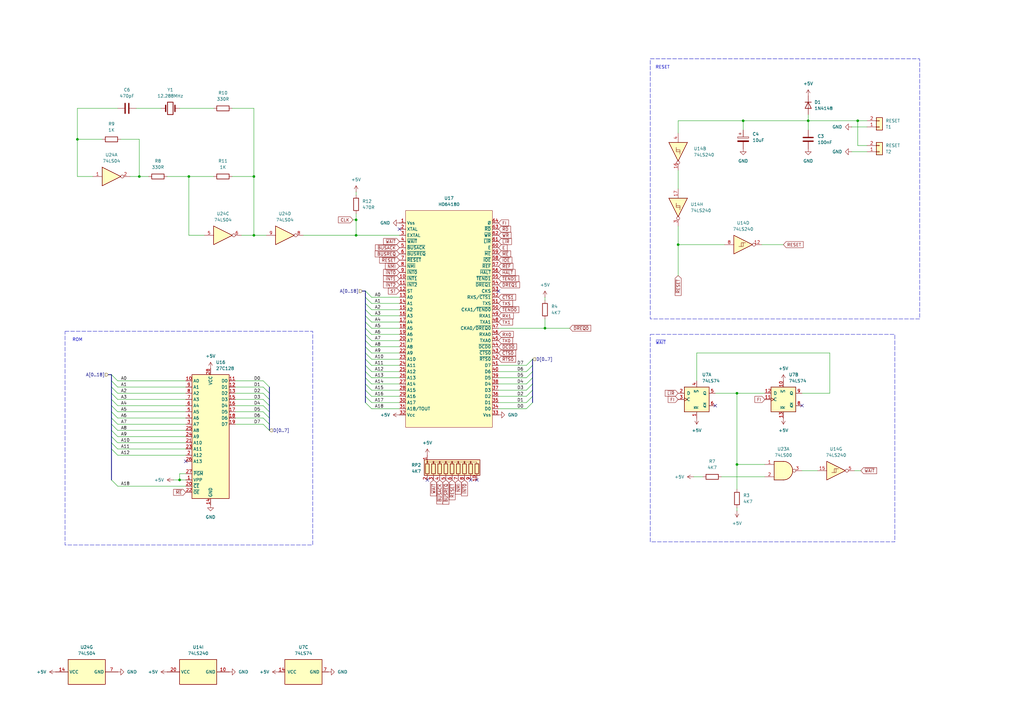
<source format=kicad_sch>
(kicad_sch (version 20231120) (generator "eeschema") (generator_version "8.0")
  (paper "A3")
  (lib_symbols
    (symbol "74xx:74LS00" (pin_names (offset 1.016))
      (property "Reference" "U" (at 0 1.27 0))
      (property "Value" "74LS00" (at 0 -1.27 0))
      (symbol "74LS00_1_1"
        (pin input line (at -7.62 2.54 0) (length 3.81) (name "~") (number "1"))
        (pin input line (at -7.62 -2.54 0) (length 3.81) (name "~") (number "2"))
        (pin output inverted (at 7.62 0 180) (length 3.81) (name "~") (number "3"))
      )
      (symbol "74LS00_1_2"
        (pin input inverted (at -7.62 2.54 0) (length 4.318) (name "~") (number "1"))
        (pin input inverted (at -7.62 -2.54 0) (length 4.318) (name "~") (number "2"))
        (pin output line (at 7.62 0 180) (length 3.81) (name "~") (number "3"))
      )
      (symbol "74LS00_2_1"
        (pin input line (at -7.62 2.54 0) (length 3.81) (name "~") (number "4"))
        (pin input line (at -7.62 -2.54 0) (length 3.81) (name "~") (number "5"))
        (pin output inverted (at 7.62 0 180) (length 3.81) (name "~") (number "6"))
      )
      (symbol "74LS00_2_2"
        (pin input inverted (at -7.62 2.54 0) (length 4.318) (name "~") (number "4"))
        (pin input inverted (at -7.62 -2.54 0) (length 4.318) (name "~") (number "5"))
        (pin output line (at 7.62 0 180) (length 3.81) (name "~") (number "6"))
      )
      (symbol "74LS00_3_1"
        (pin input line (at -7.62 -2.54 0) (length 3.81) (name "~") (number "10"))
        (pin output inverted (at 7.62 0 180) (length 3.81) (name "~") (number "8"))
        (pin input line (at -7.62 2.54 0) (length 3.81) (name "~") (number "9"))
      )
      (symbol "74LS00_3_2"
        (pin input inverted (at -7.62 -2.54 0) (length 4.318) (name "~") (number "10"))
        (pin output line (at 7.62 0 180) (length 3.81) (name "~") (number "8"))
        (pin input inverted (at -7.62 2.54 0) (length 4.318) (name "~") (number "9"))
      )
      (symbol "74LS00_4_1"
        (pin output inverted (at 7.62 0 180) (length 3.81) (name "~") (number "11"))
        (pin input line (at -7.62 2.54 0) (length 3.81) (name "~") (number "12"))
        (pin input line (at -7.62 -2.54 0) (length 3.81) (name "~") (number "13"))
      )
      (symbol "74LS00_4_2"
        (pin output line (at 7.62 0 180) (length 3.81) (name "~") (number "11"))
        (pin input inverted (at -7.62 2.54 0) (length 4.318) (name "~") (number "12"))
        (pin input inverted (at -7.62 -2.54 0) (length 4.318) (name "~") (number "13"))
      )
      (symbol "74LS00_5_0"
        (pin power_in line (at 0 12.7 270) (length 5.08) (name "VCC") (number "14"))
        (pin power_in line (at 0 -12.7 90) (length 5.08) (name "GND") (number "7"))
      )
    )
    (symbol "74xx:74LS04"
      (property "Reference" "U" (at 0 1.27 0))
      (property "Value" "74LS04" (at 0 -1.27 0))
      (symbol "74LS04_1_0"
        (pin input line (at -7.62 0 0) (length 3.81) (name "~") (number "1"))
        (pin output inverted (at 7.62 0 180) (length 3.81) (name "~") (number "2"))
      )
      (symbol "74LS04_2_0"
        (pin input line (at -7.62 0 0) (length 3.81) (name "~") (number "3"))
        (pin output inverted (at 7.62 0 180) (length 3.81) (name "~") (number "4"))
      )
      (symbol "74LS04_3_0"
        (pin input line (at -7.62 0 0) (length 3.81) (name "~") (number "5"))
        (pin output inverted (at 7.62 0 180) (length 3.81) (name "~") (number "6"))
      )
      (symbol "74LS04_4_0"
        (pin output inverted (at 7.62 0 180) (length 3.81) (name "~") (number "8"))
        (pin input line (at -7.62 0 0) (length 3.81) (name "~") (number "9"))
      )
      (symbol "74LS04_5_0"
        (pin output inverted (at 7.62 0 180) (length 3.81) (name "~") (number "10"))
        (pin input line (at -7.62 0 0) (length 3.81) (name "~") (number "11"))
      )
      (symbol "74LS04_6_0"
        (pin output inverted (at 7.62 0 180) (length 3.81) (name "~") (number "12"))
        (pin input line (at -7.62 0 0) (length 3.81) (name "~") (number "13"))
      )
      (symbol "74LS04_7_0"
        (pin power_in line (at 0 12.7 270) (length 5.08) (name "VCC") (number "14"))
        (pin power_in line (at 0 -12.7 90) (length 5.08) (name "GND") (number "7"))
      )
    )
    (symbol "74xx:74LS240_Split"
      (property "Reference" "U" (at 0 1.27 0))
      (property "Value" "74LS240_Split" (at 0 -1.27 0))
      (symbol "74LS240_Split_1_0"
        (pin input inverted (at 0 -6.35 90) (length 4.445) (name "~") (number "1"))
        (pin tri_state inverted (at 7.62 0 180) (length 3.81) (name "~") (number "18"))
        (pin input line (at -7.62 0 0) (length 3.81) (name "~") (number "2"))
      )
      (symbol "74LS240_Split_2_0"
        (pin tri_state inverted (at 7.62 0 180) (length 3.81) (name "~") (number "16"))
        (pin input line (at -7.62 0 0) (length 3.81) (name "~") (number "4"))
      )
      (symbol "74LS240_Split_3_0"
        (pin tri_state inverted (at 7.62 0 180) (length 3.81) (name "~") (number "14"))
        (pin input line (at -7.62 0 0) (length 3.81) (name "~") (number "6"))
      )
      (symbol "74LS240_Split_4_0"
        (pin tri_state inverted (at 7.62 0 180) (length 3.81) (name "~") (number "12"))
        (pin input line (at -7.62 0 0) (length 3.81) (name "~") (number "8"))
      )
      (symbol "74LS240_Split_5_0"
        (pin input line (at -7.62 0 0) (length 3.81) (name "~") (number "11"))
        (pin input inverted (at 0 -6.35 90) (length 4.445) (name "~") (number "19"))
        (pin tri_state inverted (at 7.62 0 180) (length 3.81) (name "~") (number "9"))
      )
      (symbol "74LS240_Split_6_0"
        (pin input line (at -7.62 0 0) (length 3.81) (name "~") (number "13"))
        (pin tri_state inverted (at 7.62 0 180) (length 3.81) (name "~") (number "7"))
      )
      (symbol "74LS240_Split_7_0"
        (pin input line (at -7.62 0 0) (length 3.81) (name "~") (number "15"))
        (pin tri_state inverted (at 7.62 0 180) (length 3.81) (name "~") (number "5"))
      )
      (symbol "74LS240_Split_8_0"
        (pin input line (at -7.62 0 0) (length 3.81) (name "~") (number "17"))
        (pin tri_state inverted (at 7.62 0 180) (length 3.81) (name "~") (number "3"))
      )
      (symbol "74LS240_Split_9_0"
        (pin power_in line (at 0 -12.7 90) (length 5.08) (name "GND") (number "10"))
        (pin power_in line (at 0 12.7 270) (length 5.08) (name "VCC") (number "20"))
      )
    )
    (symbol "74xx:74LS74" (pin_names (offset 1.016))
      (property "Reference" "U" (at -7.62 8.89 0))
      (property "Value" "74LS74" (at -7.62 -8.89 0))
      (symbol "74LS74_1_0"
        (pin input line (at 0 -7.62 90) (length 2.54) (name "~{R}") (number "1"))
        (pin input line (at -7.62 2.54 0) (length 2.54) (name "D") (number "2"))
        (pin input clock (at -7.62 0 0) (length 2.54) (name "C") (number "3"))
        (pin input line (at 0 7.62 270) (length 2.54) (name "~{S}") (number "4"))
        (pin output line (at 7.62 2.54 180) (length 2.54) (name "Q") (number "5"))
        (pin output line (at 7.62 -2.54 180) (length 2.54) (name "~{Q}") (number "6"))
      )
      (symbol "74LS74_2_0"
        (pin input line (at 0 7.62 270) (length 2.54) (name "~{S}") (number "10"))
        (pin input clock (at -7.62 0 0) (length 2.54) (name "C") (number "11"))
        (pin input line (at -7.62 2.54 0) (length 2.54) (name "D") (number "12"))
        (pin input line (at 0 -7.62 90) (length 2.54) (name "~{R}") (number "13"))
        (pin output line (at 7.62 -2.54 180) (length 2.54) (name "~{Q}") (number "8"))
        (pin output line (at 7.62 2.54 180) (length 2.54) (name "Q") (number "9"))
      )
      (symbol "74LS74_3_0"
        (pin power_in line (at 0 10.16 270) (length 2.54) (name "VCC") (number "14"))
        (pin power_in line (at 0 -10.16 90) (length 2.54) (name "GND") (number "7"))
      )
    )
    (symbol "Connector_Generic:Conn_01x02" (pin_names (offset 1.016) hide)
      (property "Reference" "J" (at 0 2.54 0))
      (property "Value" "Conn_01x02" (at 0 -5.08 0))
      (symbol "Conn_01x02_1_1"
        (pin passive line (at -5.08 0 0) (length 3.81) (name "Pin_1") (number "1"))
        (pin passive line (at -5.08 -2.54 0) (length 3.81) (name "Pin_2") (number "2"))
      )
    )
    (symbol "Device:C" (pin_numbers hide) (pin_names (offset 0.254))
      (property "Reference" "C" (at 0.635 2.54 0))
      (property "Value" "C" (at 0.635 -2.54 0))
      (symbol "C_1_1"
        (pin passive line (at 0 3.81 270) (length 2.794) (name "~") (number "1"))
        (pin passive line (at 0 -3.81 90) (length 2.794) (name "~") (number "2"))
      )
    )
    (symbol "Device:C_Polarized" (pin_numbers hide) (pin_names (offset 0.254))
      (property "Reference" "C" (at 0.635 2.54 0))
      (property "Value" "C_Polarized" (at 0.635 -2.54 0))
      (symbol "C_Polarized_1_1"
        (pin passive line (at 0 3.81 270) (length 2.794) (name "~") (number "1"))
        (pin passive line (at 0 -3.81 90) (length 2.794) (name "~") (number "2"))
      )
    )
    (symbol "Device:Crystal" (pin_numbers hide) (pin_names (offset 1.016) hide)
      (property "Reference" "Y" (at 0 3.81 0))
      (property "Value" "Crystal" (at 0 -3.81 0))
      (symbol "Crystal_1_1"
        (pin passive line (at -3.81 0 0) (length 1.27) (name "1") (number "1"))
        (pin passive line (at 3.81 0 180) (length 1.27) (name "2") (number "2"))
      )
    )
    (symbol "Device:R" (pin_numbers hide) (pin_names (offset 0))
      (property "Reference" "R" (at 2.032 0 90))
      (property "Value" "R" (at 0 0 90))
      (symbol "R_1_1"
        (pin passive line (at 0 3.81 270) (length 1.27) (name "~") (number "1"))
        (pin passive line (at 0 -3.81 90) (length 1.27) (name "~") (number "2"))
      )
    )
    (symbol "Device:R_Network09" (pin_names (offset 0) hide)
      (property "Reference" "RN" (at -12.7 0 90))
      (property "Value" "R_Network09" (at 12.7 0 90))
      (symbol "R_Network09_1_1"
        (pin passive line (at -10.16 5.08 270) (length 2.54) (name "common") (number "1"))
        (pin passive line (at 10.16 -5.08 90) (length 1.27) (name "R9") (number "10"))
        (pin passive line (at -10.16 -5.08 90) (length 1.27) (name "R1") (number "2"))
        (pin passive line (at -7.62 -5.08 90) (length 1.27) (name "R2") (number "3"))
        (pin passive line (at -5.08 -5.08 90) (length 1.27) (name "R3") (number "4"))
        (pin passive line (at -2.54 -5.08 90) (length 1.27) (name "R4") (number "5"))
        (pin passive line (at 0 -5.08 90) (length 1.27) (name "R5") (number "6"))
        (pin passive line (at 2.54 -5.08 90) (length 1.27) (name "R6") (number "7"))
        (pin passive line (at 5.08 -5.08 90) (length 1.27) (name "R7") (number "8"))
        (pin passive line (at 7.62 -5.08 90) (length 1.27) (name "R8") (number "9"))
      )
    )
    (symbol "Diode:1N4148" (pin_numbers hide) (pin_names hide)
      (property "Reference" "D" (at 0 2.54 0))
      (property "Value" "1N4148" (at 0 -2.54 0))
      (symbol "1N4148_1_1"
        (pin passive line (at -3.81 0 0) (length 2.54) (name "K") (number "1"))
        (pin passive line (at 3.81 0 180) (length 2.54) (name "A") (number "2"))
      )
    )
    (symbol "Memory_EPROM:27C128"
      (property "Reference" "U" (at -7.62 26.67 0))
      (property "Value" "27C128" (at 2.54 -26.67 0))
      (symbol "27C128_1_1"
        (pin input line (at -10.16 -17.78 0) (length 2.54) (name "VPP") (number "1"))
        (pin input line (at -10.16 22.86 0) (length 2.54) (name "A0") (number "10"))
        (pin tri_state line (at 10.16 22.86 180) (length 2.54) (name "D0") (number "11"))
        (pin tri_state line (at 10.16 20.32 180) (length 2.54) (name "D1") (number "12"))
        (pin tri_state line (at 10.16 17.78 180) (length 2.54) (name "D2") (number "13"))
        (pin power_in line (at 0 -27.94 90) (length 2.54) (name "GND") (number "14"))
        (pin tri_state line (at 10.16 15.24 180) (length 2.54) (name "D3") (number "15"))
        (pin tri_state line (at 10.16 12.7 180) (length 2.54) (name "D4") (number "16"))
        (pin tri_state line (at 10.16 10.16 180) (length 2.54) (name "D5") (number "17"))
        (pin tri_state line (at 10.16 7.62 180) (length 2.54) (name "D6") (number "18"))
        (pin tri_state line (at 10.16 5.08 180) (length 2.54) (name "D7") (number "19"))
        (pin input line (at -10.16 -7.62 0) (length 2.54) (name "A12") (number "2"))
        (pin input line (at -10.16 -20.32 0) (length 2.54) (name "~{CE}") (number "20"))
        (pin input line (at -10.16 -2.54 0) (length 2.54) (name "A10") (number "21"))
        (pin input line (at -10.16 -22.86 0) (length 2.54) (name "~{OE}") (number "22"))
        (pin input line (at -10.16 -5.08 0) (length 2.54) (name "A11") (number "23"))
        (pin input line (at -10.16 0 0) (length 2.54) (name "A9") (number "24"))
        (pin input line (at -10.16 2.54 0) (length 2.54) (name "A8") (number "25"))
        (pin input line (at -10.16 -10.16 0) (length 2.54) (name "A13") (number "26"))
        (pin input line (at -10.16 -15.24 0) (length 2.54) (name "~{PGM}") (number "27"))
        (pin power_in line (at 0 27.94 270) (length 2.54) (name "VCC") (number "28"))
        (pin input line (at -10.16 5.08 0) (length 2.54) (name "A7") (number "3"))
        (pin input line (at -10.16 7.62 0) (length 2.54) (name "A6") (number "4"))
        (pin input line (at -10.16 10.16 0) (length 2.54) (name "A5") (number "5"))
        (pin input line (at -10.16 12.7 0) (length 2.54) (name "A4") (number "6"))
        (pin input line (at -10.16 15.24 0) (length 2.54) (name "A3") (number "7"))
        (pin input line (at -10.16 17.78 0) (length 2.54) (name "A2") (number "8"))
        (pin input line (at -10.16 20.32 0) (length 2.54) (name "A1") (number "9"))
      )
    )
    (symbol "TIM011:HD64180"
      (property "Reference" "U" (at 5.08 -46.482 0))
      (property "Value" "HD64180" (at 5.08 -48.514 0))
      (symbol "HD64180_0_0"
        (pin power_in line (at -20.32 39.37 0) (length 2.54) (name "Vss") (number "1"))
        (pin input line (at -20.32 16.51 0) (length 2.54) (name "~{INT1}") (number "10"))
        (pin input line (at -20.32 13.97 0) (length 2.54) (name "~{INT2}") (number "11"))
        (pin output line (at -20.32 11.43 0) (length 2.54) (name "ST") (number "12"))
        (pin output line (at -20.32 8.89 0) (length 2.54) (name "A0") (number "13"))
        (pin output line (at -20.32 6.35 0) (length 2.54) (name "A1") (number "14"))
        (pin output line (at -20.32 3.81 0) (length 2.54) (name "A2") (number "15"))
        (pin output line (at -20.32 1.27 0) (length 2.54) (name "A3") (number "16"))
        (pin output line (at -20.32 -1.27 0) (length 2.54) (name "A4") (number "17"))
        (pin output line (at -20.32 -3.81 0) (length 2.54) (name "A5") (number "18"))
        (pin output line (at -20.32 -6.35 0) (length 2.54) (name "A6") (number "19"))
        (pin input line (at -20.32 36.83 0) (length 2.54) (name "XTAL") (number "2"))
        (pin output line (at -20.32 -8.89 0) (length 2.54) (name "A7") (number "20"))
        (pin output line (at -20.32 -11.43 0) (length 2.54) (name "A8") (number "21"))
        (pin output line (at -20.32 -13.97 0) (length 2.54) (name "A9") (number "22"))
        (pin output line (at -20.32 -16.51 0) (length 2.54) (name "A10") (number "23"))
        (pin output line (at -20.32 -19.05 0) (length 2.54) (name "A11") (number "24"))
        (pin output line (at -20.32 -21.59 0) (length 2.54) (name "A12") (number "25"))
        (pin output line (at -20.32 -24.13 0) (length 2.54) (name "A13") (number "26"))
        (pin output line (at -20.32 -26.67 0) (length 2.54) (name "A14") (number "27"))
        (pin output line (at -20.32 -29.21 0) (length 2.54) (name "A15") (number "28"))
        (pin output line (at -20.32 -31.75 0) (length 2.54) (name "A16") (number "29"))
        (pin input line (at -20.32 34.29 0) (length 2.54) (name "EXTAL") (number "3"))
        (pin output line (at -20.32 -34.29 0) (length 2.54) (name "A17") (number "30"))
        (pin output line (at -20.32 -36.83 0) (length 2.54) (name "A18/TOUT") (number "31"))
        (pin power_in line (at -20.32 -39.37 0) (length 2.54) (name "Vcc") (number "32"))
        (pin power_in line (at 20.32 -39.37 180) (length 2.54) (name "Vss") (number "33"))
        (pin bidirectional line (at 20.32 -36.83 180) (length 2.54) (name "D0") (number "34"))
        (pin bidirectional line (at 20.32 -34.29 180) (length 2.54) (name "D1") (number "35"))
        (pin bidirectional line (at 20.32 -31.75 180) (length 2.54) (name "D2") (number "36"))
        (pin bidirectional line (at 20.32 -29.21 180) (length 2.54) (name "D3") (number "37"))
        (pin bidirectional line (at 20.32 -26.67 180) (length 2.54) (name "D4") (number "38"))
        (pin bidirectional line (at 20.32 -24.13 180) (length 2.54) (name "D5") (number "39"))
        (pin output line (at -20.32 31.75 0) (length 2.54) (name "~{WAIT}") (number "4"))
        (pin bidirectional line (at 20.32 -21.59 180) (length 2.54) (name "D6") (number "40"))
        (pin bidirectional line (at 20.32 -19.05 180) (length 2.54) (name "D7") (number "41"))
        (pin input line (at 20.32 -13.97 180) (length 2.54) (name "~{CTS0}") (number "43"))
        (pin input line (at 20.32 -11.43 180) (length 2.54) (name "~{DCD0}") (number "44"))
        (pin output line (at 20.32 -8.89 180) (length 2.54) (name "TXA0") (number "45"))
        (pin input line (at 20.32 -6.35 180) (length 2.54) (name "RXA0") (number "46"))
        (pin bidirectional line (at 20.32 -3.81 180) (length 2.54) (name "CKA0/~{DREQ0}") (number "47"))
        (pin output line (at 20.32 -1.27 180) (length 2.54) (name "TXA1") (number "48"))
        (pin input line (at 20.32 1.27 180) (length 2.54) (name "RXA1") (number "49"))
        (pin output line (at -20.32 29.21 0) (length 2.54) (name "~{BUSACK}") (number "5"))
        (pin bidirectional line (at 20.32 3.81 180) (length 2.54) (name "CKA1/~{TEND0}") (number "50"))
        (pin output line (at 20.32 6.35 180) (length 2.54) (name "TXS") (number "51"))
        (pin input line (at 20.32 8.89 180) (length 2.54) (name "RXS/~{CTS1}") (number "52"))
        (pin bidirectional line (at 20.32 11.43 180) (length 2.54) (name "CKS") (number "53"))
        (pin input line (at 20.32 13.97 180) (length 2.54) (name "~{DREQ1}") (number "54"))
        (pin output line (at 20.32 16.51 180) (length 2.54) (name "~{TEND1}") (number "55"))
        (pin output line (at 20.32 19.05 180) (length 2.54) (name "~{HALT}") (number "56"))
        (pin output line (at 20.32 21.59 180) (length 2.54) (name "~{REF}") (number "57"))
        (pin output line (at 20.32 24.13 180) (length 2.54) (name "~{IOE}") (number "58"))
        (pin output line (at 20.32 26.67 180) (length 2.54) (name "~{ME}") (number "59"))
        (pin input line (at -20.32 26.67 0) (length 2.54) (name "~{BUSREQ}") (number "6"))
        (pin output line (at 20.32 29.21 180) (length 2.54) (name "E") (number "60"))
        (pin output line (at 20.32 31.75 180) (length 2.54) (name "~{LIR}") (number "61"))
        (pin output line (at 20.32 34.29 180) (length 2.54) (name "~{WR}") (number "62"))
        (pin output line (at 20.32 36.83 180) (length 2.54) (name "~{RD}") (number "63"))
        (pin output line (at 20.32 39.37 180) (length 2.54) (name "Ø") (number "64"))
        (pin input line (at -20.32 24.13 0) (length 2.54) (name "~{RESET}") (number "7"))
        (pin input line (at -20.32 21.59 0) (length 2.54) (name "~{NMI}") (number "8"))
        (pin input line (at -20.32 19.05 0) (length 2.54) (name "~{INT0}") (number "9"))
      )
      (symbol "HD64180_1_0"
        (pin output line (at 20.32 -16.51 180) (length 2.54) (name "~{RTS0}") (number "42"))
      )
    )
    (symbol "power:+5V" (power) (pin_numbers hide) (pin_names (offset 0) hide)
      (property "Value" "+5V" (at 0 3.556 0))
      (symbol "+5V_1_1"
        (pin power_in line (at 0 0 90) (length 0) (name "~") (number "1"))
      )
    )
    (symbol "power:GND" (power) (pin_numbers hide) (pin_names (offset 0) hide)
      (property "Value" "GND" (at 0 -3.81 0))
      (symbol "GND_1_1"
        (pin power_in line (at 0 0 270) (length 0) (name "~") (number "1"))
      )
    )
  )
  (junction (at 351.79 49.53))
  (junction (at 104.14 72.39))
  (junction (at 304.8 49.53))
  (junction (at 331.47 49.53))
  (junction (at 57.15 72.39))
  (junction (at 104.14 96.52))
  (junction (at 278.13 100.33))
  (junction (at 146.05 90.17))
  (junction (at 77.47 72.39))
  (junction (at 223.52 134.62))
  (junction (at 73.66 196.85))
  (junction (at 146.05 96.52))
  (junction (at 302.26 161.29))
  (junction (at 302.26 190.5))
  (junction (at 31.75 57.15))
  (no_connect (at 175.26 196.85))
  (no_connect (at 76.2 189.23))
  (no_connect (at 195.58 196.85))
  (no_connect (at 328.93 166.37))
  (no_connect (at 204.47 119.38))
  (no_connect (at 293.37 166.37))
  (no_connect (at 193.04 196.85))
  (no_connect (at 163.83 93.98))
  (bus_entry (at 149.86 157.48) (size 2.54 2.54))
  (bus_entry (at 149.86 132.08) (size 2.54 2.54))
  (bus_entry (at 149.86 137.16) (size 2.54 2.54))
  (bus_entry (at 149.86 160.02) (size 2.54 2.54))
  (bus_entry (at 107.95 158.75) (size 2.54 2.54))
  (bus_entry (at 149.86 162.56) (size 2.54 2.54))
  (bus_entry (at 149.86 134.62) (size 2.54 2.54))
  (bus_entry (at 107.95 163.83) (size 2.54 2.54))
  (bus_entry (at 45.72 196.85) (size 2.54 2.54))
  (bus_entry (at 107.95 166.37) (size 2.54 2.54))
  (bus_entry (at 107.95 168.91) (size 2.54 2.54))
  (bus_entry (at 215.9 160.02) (size 2.54 -2.54))
  (bus_entry (at 45.72 158.75) (size 2.54 2.54))
  (bus_entry (at 215.9 157.48) (size 2.54 -2.54))
  (bus_entry (at 45.72 176.53) (size 2.54 2.54))
  (bus_entry (at 215.9 149.86) (size 2.54 -2.54))
  (bus_entry (at 215.9 152.4) (size 2.54 -2.54))
  (bus_entry (at 149.86 124.46) (size 2.54 2.54))
  (bus_entry (at 45.72 168.91) (size 2.54 2.54))
  (bus_entry (at 149.86 142.24) (size 2.54 2.54))
  (bus_entry (at 149.86 165.1) (size 2.54 2.54))
  (bus_entry (at 149.86 129.54) (size 2.54 2.54))
  (bus_entry (at 149.86 127) (size 2.54 2.54))
  (bus_entry (at 149.86 144.78) (size 2.54 2.54))
  (bus_entry (at 107.95 171.45) (size 2.54 2.54))
  (bus_entry (at 45.72 181.61) (size 2.54 2.54))
  (bus_entry (at 149.86 121.92) (size 2.54 2.54))
  (bus_entry (at 107.95 173.99) (size 2.54 2.54))
  (bus_entry (at 45.72 179.07) (size 2.54 2.54))
  (bus_entry (at 45.72 171.45) (size 2.54 2.54))
  (bus_entry (at 215.9 165.1) (size 2.54 -2.54))
  (bus_entry (at 215.9 167.64) (size 2.54 -2.54))
  (bus_entry (at 45.72 184.15) (size 2.54 2.54))
  (bus_entry (at 45.72 173.99) (size 2.54 2.54))
  (bus_entry (at 215.9 154.94) (size 2.54 -2.54))
  (bus_entry (at 149.86 154.94) (size 2.54 2.54))
  (bus_entry (at 107.95 156.21) (size 2.54 2.54))
  (bus_entry (at 149.86 147.32) (size 2.54 2.54))
  (bus_entry (at 149.86 139.7) (size 2.54 2.54))
  (bus_entry (at 149.86 149.86) (size 2.54 2.54))
  (bus_entry (at 215.9 162.56) (size 2.54 -2.54))
  (bus_entry (at 45.72 161.29) (size 2.54 2.54))
  (bus_entry (at 45.72 163.83) (size 2.54 2.54))
  (bus_entry (at 107.95 161.29) (size 2.54 2.54))
  (bus_entry (at 45.72 166.37) (size 2.54 2.54))
  (bus_entry (at 149.86 119.38) (size 2.54 2.54))
  (bus_entry (at 45.72 156.21) (size 2.54 2.54))
  (bus_entry (at 45.72 153.67) (size 2.54 2.54))
  (bus_entry (at 149.86 152.4) (size 2.54 2.54))
  (bus (pts (xy 149.86 152.4) (xy 149.86 154.94)))
  (bus (pts (xy 110.49 173.99) (xy 110.49 171.45)))
  (wire (pts (xy 76.2 194.31) (xy 73.66 194.31)))
  (wire (pts (xy 152.4 157.48) (xy 163.83 157.48)))
  (wire (pts (xy 96.52 161.29) (xy 107.95 161.29)))
  (wire (pts (xy 104.14 96.52) (xy 109.22 96.52)))
  (wire (pts (xy 104.14 44.45) (xy 104.14 72.39)))
  (bus (pts (xy 110.49 161.29) (xy 110.49 158.75)))
  (bus (pts (xy 149.86 162.56) (xy 149.86 165.1)))
  (wire (pts (xy 204.47 157.48) (xy 215.9 157.48)))
  (wire (pts (xy 152.4 149.86) (xy 163.83 149.86)))
  (wire (pts (xy 152.4 147.32) (xy 163.83 147.32)))
  (wire (pts (xy 48.26 199.39) (xy 76.2 199.39)))
  (wire (pts (xy 96.52 156.21) (xy 107.95 156.21)))
  (wire (pts (xy 124.46 96.52) (xy 146.05 96.52)))
  (wire (pts (xy 331.47 49.53) (xy 351.79 49.53)))
  (wire (pts (xy 38.1 72.39) (xy 31.75 72.39)))
  (wire (pts (xy 48.26 161.29) (xy 76.2 161.29)))
  (bus (pts (xy 45.72 156.21) (xy 45.72 158.75)))
  (wire (pts (xy 304.8 49.53) (xy 304.8 53.34)))
  (wire (pts (xy 302.26 161.29) (xy 313.69 161.29)))
  (bus (pts (xy 45.72 176.53) (xy 45.72 179.07)))
  (wire (pts (xy 152.4 154.94) (xy 163.83 154.94)))
  (bus (pts (xy 149.86 119.38) (xy 149.86 121.92)))
  (bus (pts (xy 149.86 129.54) (xy 149.86 132.08)))
  (wire (pts (xy 152.4 127) (xy 163.83 127)))
  (bus (pts (xy 45.72 168.91) (xy 45.72 171.45)))
  (wire (pts (xy 48.26 176.53) (xy 76.2 176.53)))
  (wire (pts (xy 96.52 168.91) (xy 107.95 168.91)))
  (wire (pts (xy 95.25 44.45) (xy 104.14 44.45)))
  (wire (pts (xy 340.36 161.29) (xy 328.93 161.29)))
  (wire (pts (xy 48.26 186.69) (xy 76.2 186.69)))
  (wire (pts (xy 48.26 168.91) (xy 76.2 168.91)))
  (bus (pts (xy 149.86 139.7) (xy 149.86 142.24)))
  (wire (pts (xy 152.4 165.1) (xy 163.83 165.1)))
  (wire (pts (xy 73.66 44.45) (xy 87.63 44.45)))
  (wire (pts (xy 285.75 156.21) (xy 285.75 144.78)))
  (wire (pts (xy 204.47 165.1) (xy 215.9 165.1)))
  (bus (pts (xy 149.86 127) (xy 149.86 129.54)))
  (wire (pts (xy 83.82 96.52) (xy 77.47 96.52)))
  (bus (pts (xy 45.72 173.99) (xy 45.72 176.53)))
  (wire (pts (xy 233.68 134.62) (xy 223.52 134.62)))
  (bus (pts (xy 149.86 142.24) (xy 149.86 144.78)))
  (bus (pts (xy 44.45 153.67) (xy 45.72 153.67)))
  (wire (pts (xy 53.34 72.39) (xy 57.15 72.39)))
  (wire (pts (xy 223.52 121.92) (xy 223.52 123.19)))
  (wire (pts (xy 204.47 152.4) (xy 215.9 152.4)))
  (wire (pts (xy 302.26 190.5) (xy 302.26 200.66)))
  (wire (pts (xy 278.13 49.53) (xy 278.13 54.61)))
  (wire (pts (xy 73.66 196.85) (xy 76.2 196.85)))
  (wire (pts (xy 313.69 190.5) (xy 302.26 190.5)))
  (wire (pts (xy 152.4 142.24) (xy 163.83 142.24)))
  (wire (pts (xy 57.15 72.39) (xy 60.96 72.39)))
  (bus (pts (xy 149.86 137.16) (xy 149.86 139.7)))
  (bus (pts (xy 218.44 162.56) (xy 218.44 165.1)))
  (wire (pts (xy 48.26 163.83) (xy 76.2 163.83)))
  (wire (pts (xy 48.26 171.45) (xy 76.2 171.45)))
  (wire (pts (xy 31.75 57.15) (xy 41.91 57.15)))
  (wire (pts (xy 302.26 190.5) (xy 302.26 161.29)))
  (wire (pts (xy 48.26 156.21) (xy 76.2 156.21)))
  (wire (pts (xy 31.75 72.39) (xy 31.75 57.15)))
  (bus (pts (xy 110.49 166.37) (xy 110.49 163.83)))
  (bus (pts (xy 149.86 154.94) (xy 149.86 157.48)))
  (wire (pts (xy 302.26 209.55) (xy 302.26 208.28)))
  (wire (pts (xy 55.88 44.45) (xy 66.04 44.45)))
  (wire (pts (xy 351.79 59.69) (xy 351.79 49.53)))
  (wire (pts (xy 68.58 72.39) (xy 77.47 72.39)))
  (wire (pts (xy 355.6 59.69) (xy 351.79 59.69)))
  (bus (pts (xy 218.44 157.48) (xy 218.44 160.02)))
  (bus (pts (xy 148.59 119.38) (xy 149.86 119.38)))
  (wire (pts (xy 349.25 52.07) (xy 355.6 52.07)))
  (wire (pts (xy 204.47 154.94) (xy 215.9 154.94)))
  (wire (pts (xy 144.78 90.17) (xy 146.05 90.17)))
  (bus (pts (xy 45.72 153.67) (xy 45.72 156.21)))
  (bus (pts (xy 110.49 168.91) (xy 110.49 166.37)))
  (wire (pts (xy 278.13 100.33) (xy 278.13 113.03)))
  (wire (pts (xy 204.47 149.86) (xy 215.9 149.86)))
  (bus (pts (xy 149.86 132.08) (xy 149.86 134.62)))
  (bus (pts (xy 45.72 184.15) (xy 45.72 196.85)))
  (wire (pts (xy 152.4 137.16) (xy 163.83 137.16)))
  (wire (pts (xy 96.52 173.99) (xy 107.95 173.99)))
  (wire (pts (xy 349.25 62.23) (xy 355.6 62.23)))
  (wire (pts (xy 146.05 90.17) (xy 146.05 96.52)))
  (wire (pts (xy 304.8 49.53) (xy 278.13 49.53)))
  (wire (pts (xy 353.06 193.04) (xy 350.52 193.04)))
  (wire (pts (xy 152.4 167.64) (xy 163.83 167.64)))
  (bus (pts (xy 218.44 147.32) (xy 218.44 149.86)))
  (bus (pts (xy 45.72 166.37) (xy 45.72 168.91)))
  (wire (pts (xy 278.13 92.71) (xy 278.13 100.33)))
  (wire (pts (xy 152.4 139.7) (xy 163.83 139.7)))
  (wire (pts (xy 49.53 57.15) (xy 57.15 57.15)))
  (bus (pts (xy 149.86 124.46) (xy 149.86 127)))
  (bus (pts (xy 45.72 161.29) (xy 45.72 163.83)))
  (wire (pts (xy 48.26 158.75) (xy 76.2 158.75)))
  (wire (pts (xy 96.52 166.37) (xy 107.95 166.37)))
  (wire (pts (xy 48.26 166.37) (xy 76.2 166.37)))
  (wire (pts (xy 152.4 129.54) (xy 163.83 129.54)))
  (wire (pts (xy 204.47 160.02) (xy 215.9 160.02)))
  (wire (pts (xy 223.52 134.62) (xy 204.47 134.62)))
  (wire (pts (xy 340.36 144.78) (xy 340.36 161.29)))
  (wire (pts (xy 31.75 57.15) (xy 31.75 44.45)))
  (wire (pts (xy 77.47 96.52) (xy 77.47 72.39)))
  (bus (pts (xy 149.86 147.32) (xy 149.86 149.86)))
  (wire (pts (xy 48.26 184.15) (xy 76.2 184.15)))
  (bus (pts (xy 218.44 154.94) (xy 218.44 157.48)))
  (wire (pts (xy 152.4 124.46) (xy 163.83 124.46)))
  (bus (pts (xy 218.44 149.86) (xy 218.44 152.4)))
  (wire (pts (xy 152.4 132.08) (xy 163.83 132.08)))
  (bus (pts (xy 45.72 181.61) (xy 45.72 184.15)))
  (wire (pts (xy 146.05 96.52) (xy 163.83 96.52)))
  (bus (pts (xy 110.49 163.83) (xy 110.49 161.29)))
  (wire (pts (xy 48.26 179.07) (xy 76.2 179.07)))
  (wire (pts (xy 204.47 162.56) (xy 215.9 162.56)))
  (bus (pts (xy 45.72 179.07) (xy 45.72 181.61)))
  (wire (pts (xy 152.4 121.92) (xy 163.83 121.92)))
  (wire (pts (xy 31.75 44.45) (xy 48.26 44.45)))
  (bus (pts (xy 45.72 171.45) (xy 45.72 173.99)))
  (wire (pts (xy 152.4 144.78) (xy 163.83 144.78)))
  (bus (pts (xy 45.72 158.75) (xy 45.72 161.29)))
  (wire (pts (xy 57.15 57.15) (xy 57.15 72.39)))
  (wire (pts (xy 77.47 72.39) (xy 87.63 72.39)))
  (wire (pts (xy 95.25 72.39) (xy 104.14 72.39)))
  (wire (pts (xy 146.05 78.74) (xy 146.05 80.01)))
  (wire (pts (xy 96.52 171.45) (xy 107.95 171.45)))
  (wire (pts (xy 48.26 173.99) (xy 76.2 173.99)))
  (wire (pts (xy 71.12 196.85) (xy 73.66 196.85)))
  (bus (pts (xy 110.49 176.53) (xy 110.49 173.99)))
  (wire (pts (xy 96.52 163.83) (xy 107.95 163.83)))
  (bus (pts (xy 218.44 160.02) (xy 218.44 162.56)))
  (wire (pts (xy 351.79 49.53) (xy 355.6 49.53)))
  (wire (pts (xy 146.05 87.63) (xy 146.05 90.17)))
  (bus (pts (xy 149.86 157.48) (xy 149.86 160.02)))
  (wire (pts (xy 204.47 167.64) (xy 215.9 167.64)))
  (wire (pts (xy 331.47 49.53) (xy 331.47 46.99)))
  (wire (pts (xy 48.26 181.61) (xy 76.2 181.61)))
  (wire (pts (xy 99.06 96.52) (xy 104.14 96.52)))
  (wire (pts (xy 331.47 53.34) (xy 331.47 49.53)))
  (wire (pts (xy 295.91 195.58) (xy 313.69 195.58)))
  (wire (pts (xy 293.37 161.29) (xy 302.26 161.29)))
  (wire (pts (xy 223.52 130.81) (xy 223.52 134.62)))
  (wire (pts (xy 335.28 193.04) (xy 328.93 193.04)))
  (wire (pts (xy 312.42 100.33) (xy 321.31 100.33)))
  (bus (pts (xy 45.72 163.83) (xy 45.72 166.37)))
  (bus (pts (xy 149.86 149.86) (xy 149.86 152.4)))
  (wire (pts (xy 152.4 160.02) (xy 163.83 160.02)))
  (wire (pts (xy 331.47 49.53) (xy 304.8 49.53)))
  (wire (pts (xy 152.4 162.56) (xy 163.83 162.56)))
  (bus (pts (xy 218.44 152.4) (xy 218.44 154.94)))
  (wire (pts (xy 278.13 100.33) (xy 297.18 100.33)))
  (wire (pts (xy 285.75 144.78) (xy 340.36 144.78)))
  (wire (pts (xy 284.48 195.58) (xy 288.29 195.58)))
  (wire (pts (xy 278.13 77.47) (xy 278.13 69.85)))
  (bus (pts (xy 149.86 121.92) (xy 149.86 124.46)))
  (bus (pts (xy 110.49 171.45) (xy 110.49 168.91)))
  (wire (pts (xy 73.66 194.31) (xy 73.66 196.85)))
  (bus (pts (xy 149.86 144.78) (xy 149.86 147.32)))
  (wire (pts (xy 152.4 134.62) (xy 163.83 134.62)))
  (wire (pts (xy 96.52 158.75) (xy 107.95 158.75)))
  (bus (pts (xy 149.86 134.62) (xy 149.86 137.16)))
  (wire (pts (xy 104.14 72.39) (xy 104.14 96.52)))
  (bus (pts (xy 149.86 160.02) (xy 149.86 162.56)))
  (wire (pts (xy 152.4 152.4) (xy 163.83 152.4)))
  (rectangle (start 26.67 135.89) (end 128.27 223.52) (stroke (width 0) (type dash)))
  (rectangle (start 266.7 137.16) (end 367.03 222.25) (stroke (width 0) (type dash)))
  (rectangle (start 266.7 24.13) (end 377.19 130.81) (stroke (width 0) (type dash)))
  (text "ROM" (at 31.75 139.446 0) (effects (font (size 1.27 1.27))))
  (text "RESET" (at 271.78 27.686 0) (effects (font (size 1.27 1.27))))
  (text "~{WAIT}" (at 271.018 140.716 0) (effects (font (size 1.27 1.27))))
  (label "A1" (at 153.67 124.46 0))
  (label "A6" (at 153.67 137.16 0))
  (label "A18" (at 153.67 167.64 0))
  (label "D3" (at 104.14 163.83 0))
  (label "D0" (at 104.14 156.21 0))
  (label "A4" (at 153.67 132.08 0))
  (label "A6" (at 49.53 171.45 0))
  (label "D1" (at 212.09 165.1 0))
  (label "D6" (at 104.14 171.45 0))
  (label "A16" (at 153.67 162.56 0))
  (label "D1" (at 104.14 158.75 0))
  (label "A0" (at 49.53 156.21 0))
  (label "A11" (at 153.67 149.86 0))
  (label "A10" (at 49.53 181.61 0))
  (label "A3" (at 49.53 163.83 0))
  (label "A2" (at 49.53 161.29 0))
  (label "A9" (at 153.67 144.78 0))
  (label "D4" (at 212.09 157.48 0))
  (label "A15" (at 153.67 160.02 0))
  (label "D7" (at 104.14 173.99 0))
  (label "A2" (at 153.67 127 0))
  (label "D7" (at 212.09 149.86 0))
  (label "A1" (at 49.53 158.75 0))
  (label "A3" (at 153.67 129.54 0))
  (label "D3" (at 212.09 160.02 0))
  (label "D0" (at 212.09 167.64 0))
  (label "A8" (at 49.53 176.53 0))
  (label "D2" (at 104.14 161.29 0))
  (label "A7" (at 153.67 139.7 0))
  (label "A7" (at 49.53 173.99 0))
  (label "A13" (at 153.67 154.94 0))
  (label "A18" (at 49.53 199.39 0))
  (label "A10" (at 153.67 147.32 0))
  (label "A17" (at 153.67 165.1 0))
  (label "A5" (at 49.53 168.91 0))
  (label "A8" (at 153.67 142.24 0))
  (label "A0" (at 153.67 121.92 0))
  (label "A12" (at 153.67 152.4 0))
  (label "D2" (at 212.09 162.56 0))
  (label "A14" (at 153.67 157.48 0))
  (label "D4" (at 104.14 166.37 0))
  (label "A4" (at 49.53 166.37 0))
  (label "A9" (at 49.53 179.07 0))
  (label "A11" (at 49.53 184.15 0))
  (label "A12" (at 49.53 186.69 0))
  (label "D5" (at 104.14 168.91 0))
  (label "D6" (at 212.09 152.4 0))
  (label "A5" (at 153.67 134.62 0))
  (label "D5" (at 212.09 154.94 0))
  (global_label "~{DREQ0}" (shape input) (at 233.68 134.62 0) (property "Intersheetrefs" "${INTERSHEET_REFS}" (effects (hide yes))))
  (global_label "~{BUSACK}" (shape input) (at 180.34 196.85 270) (property "Intersheetrefs" "${INTERSHEET_REFS}" (effects (hide yes))))
  (global_label "TXS" (shape input) (at 204.47 124.46 0) (property "Intersheetrefs" "${INTERSHEET_REFS}" (effects (hide yes))))
  (global_label "~{DREQ1}" (shape input) (at 204.47 116.84 0) (property "Intersheetrefs" "${INTERSHEET_REFS}" (effects (hide yes))))
  (global_label "TX0" (shape input) (at 204.47 139.7 0) (property "Intersheetrefs" "${INTERSHEET_REFS}" (effects (hide yes))))
  (global_label "TX1" (shape input) (at 204.47 132.08 0) (property "Intersheetrefs" "${INTERSHEET_REFS}" (effects (hide yes))))
  (global_label "~{WAIT}" (shape input) (at 177.8 196.85 270) (property "Intersheetrefs" "${INTERSHEET_REFS}" (effects (hide yes))))
  (global_label "~{INT0}" (shape input) (at 163.83 111.76 180) (property "Intersheetrefs" "${INTERSHEET_REFS}" (effects (hide yes))))
  (global_label "~{RESET}" (shape input) (at 278.13 113.03 270) (property "Intersheetrefs" "${INTERSHEET_REFS}" (effects (hide yes))))
  (global_label "E" (shape input) (at 204.47 101.6 0) (property "Intersheetrefs" "${INTERSHEET_REFS}" (effects (hide yes))))
  (global_label "FI" (shape input) (at 204.47 91.44 0) (property "Intersheetrefs" "${INTERSHEET_REFS}" (effects (hide yes))))
  (global_label "~{TEND1}" (shape input) (at 204.47 114.3 0) (property "Intersheetrefs" "${INTERSHEET_REFS}" (effects (hide yes))))
  (global_label "~{NMI}" (shape input) (at 163.83 109.22 180) (property "Intersheetrefs" "${INTERSHEET_REFS}" (effects (hide yes))))
  (global_label "~{CTS0}" (shape input) (at 204.47 144.78 0) (property "Intersheetrefs" "${INTERSHEET_REFS}" (effects (hide yes))))
  (global_label "~{BUSACK}" (shape input) (at 163.83 101.6 180) (property "Intersheetrefs" "${INTERSHEET_REFS}" (effects (hide yes))))
  (global_label "FI" (shape input) (at 313.69 163.83 180) (property "Intersheetrefs" "${INTERSHEET_REFS}" (effects (hide yes))))
  (global_label "~{BUSREQ}" (shape input) (at 163.83 104.14 180) (property "Intersheetrefs" "${INTERSHEET_REFS}" (effects (hide yes))))
  (global_label "~{INT1}" (shape input) (at 163.83 114.3 180) (property "Intersheetrefs" "${INTERSHEET_REFS}" (effects (hide yes))))
  (global_label "ST" (shape input) (at 163.83 119.38 180) (property "Intersheetrefs" "${INTERSHEET_REFS}" (effects (hide yes))))
  (global_label "~{RD}" (shape input) (at 204.47 93.98 0) (property "Intersheetrefs" "${INTERSHEET_REFS}" (effects (hide yes))))
  (global_label "~{HALT}" (shape input) (at 204.47 111.76 0) (property "Intersheetrefs" "${INTERSHEET_REFS}" (effects (hide yes))))
  (global_label "RX1" (shape input) (at 204.47 129.54 0) (property "Intersheetrefs" "${INTERSHEET_REFS}" (effects (hide yes))))
  (global_label "RX0" (shape input) (at 204.47 137.16 0) (property "Intersheetrefs" "${INTERSHEET_REFS}" (effects (hide yes))))
  (global_label "~{DCD0}" (shape input) (at 204.47 142.24 0) (property "Intersheetrefs" "${INTERSHEET_REFS}" (effects (hide yes))))
  (global_label "~{RTS0}" (shape input) (at 204.47 147.32 0) (property "Intersheetrefs" "${INTERSHEET_REFS}" (effects (hide yes))))
  (global_label "~{NMI}" (shape input) (at 187.96 196.85 270) (property "Intersheetrefs" "${INTERSHEET_REFS}" (effects (hide yes))))
  (global_label "~{ME}" (shape input) (at 76.2 201.93 180) (property "Intersheetrefs" "${INTERSHEET_REFS}" (effects (hide yes))))
  (global_label "~{ME}" (shape input) (at 204.47 104.14 0) (property "Intersheetrefs" "${INTERSHEET_REFS}" (effects (hide yes))))
  (global_label "~{INT0}" (shape input) (at 190.5 196.85 270) (property "Intersheetrefs" "${INTERSHEET_REFS}" (effects (hide yes))))
  (global_label "~{BUSREQ}" (shape input) (at 182.88 196.85 270) (property "Intersheetrefs" "${INTERSHEET_REFS}" (effects (hide yes))))
  (global_label "~{TEND0}" (shape input) (at 204.47 127 0) (property "Intersheetrefs" "${INTERSHEET_REFS}" (effects (hide yes))))
  (global_label "~{WAIT}" (shape input) (at 353.06 193.04 0) (property "Intersheetrefs" "${INTERSHEET_REFS}" (effects (hide yes))))
  (global_label "~{INT2}" (shape input) (at 163.83 116.84 180) (property "Intersheetrefs" "${INTERSHEET_REFS}" (effects (hide yes))))
  (global_label "~{WAIT}" (shape input) (at 163.83 99.06 180) (property "Intersheetrefs" "${INTERSHEET_REFS}" (effects (hide yes))))
  (global_label "~{CTS1}" (shape input) (at 204.47 121.92 0) (property "Intersheetrefs" "${INTERSHEET_REFS}" (effects (hide yes))))
  (global_label "~{RESET}" (shape input) (at 185.42 196.85 270) (property "Intersheetrefs" "${INTERSHEET_REFS}" (effects (hide yes))))
  (global_label "FI" (shape input) (at 278.13 163.83 180) (property "Intersheetrefs" "${INTERSHEET_REFS}" (effects (hide yes))))
  (global_label "~{REF}" (shape input) (at 204.47 109.22 0) (property "Intersheetrefs" "${INTERSHEET_REFS}" (effects (hide yes))))
  (global_label "~{LIR}" (shape input) (at 204.47 99.06 0) (property "Intersheetrefs" "${INTERSHEET_REFS}" (effects (hide yes))))
  (global_label "CLK" (shape input) (at 144.78 90.17 180) (property "Intersheetrefs" "${INTERSHEET_REFS}" (effects (hide yes))))
  (global_label "~{LIR}" (shape input) (at 278.13 161.29 180) (property "Intersheetrefs" "${INTERSHEET_REFS}" (effects (hide yes))))
  (global_label "~{WR}" (shape input) (at 204.47 96.52 0) (property "Intersheetrefs" "${INTERSHEET_REFS}" (effects (hide yes))))
  (global_label "RESET" (shape input) (at 321.31 100.33 0) (property "Intersheetrefs" "${INTERSHEET_REFS}" (effects (hide yes))))
  (global_label "~{IOE}" (shape input) (at 204.47 106.68 0) (property "Intersheetrefs" "${INTERSHEET_REFS}" (effects (hide yes))))
  (global_label "~{RESET}" (shape input) (at 163.83 106.68 180) (property "Intersheetrefs" "${INTERSHEET_REFS}" (effects (hide yes))))
  (hierarchical_label "D[0..7]" (shape input) (at 110.49 176.53 0))
  (hierarchical_label "A[0..18]" (shape input) (at 148.59 119.38 180))
  (hierarchical_label "A[0..18]" (shape input) (at 44.45 153.67 180))
  (hierarchical_label "D[0..7]" (shape input) (at 218.44 147.32 0))
  (symbol (lib_id "power:+5V") (at 223.52 121.92 0) (unit 1)
    (property "Reference" "#PWR011" (effects (hide yes)))
    (property "Value" "+5V" (at 223.52 116.84 0))
    (property "Description" "Power symbol creates a global label with name \"+5V\"" (effects (hide yes)))
  )
  (symbol (lib_id "74xx:74LS240_Split") (at 81.28 275.59 90) (unit 9)
    (property "Reference" "U14" (at 81.28 265.43 90))
    (property "Value" "74LS240" (at 81.28 267.97 90))
    (property "Footprint" "011TIM:DIP-20_W7.62mm" (effects (hide yes)))
    (property "Datasheet" "http://www.ti.com/lit/ds/symlink/sn74ls240.pdf" (effects (hide yes)))
    (property "Description" "Octal Buffer and Line Driver With 3-State Output, active-low enables, inverting outputs, split symbol" (effects (hide yes)))
  )
  (symbol (lib_id "power:GND") (at 163.83 91.44 270) (unit 1)
    (property "Reference" "#PWR03" (effects (hide yes)))
    (property "Value" "GND" (at 160.02 91.4399 90) (effects (justify right)))
    (property "Description" "Power symbol creates a global label with name \"GND\" , ground" (effects (hide yes)))
  )
  (symbol (lib_id "power:GND") (at 134.62 275.59 90) (unit 1)
    (property "Reference" "#PWR026" (effects (hide yes)))
    (property "Value" "GND" (at 138.43 275.5899 90) (effects (justify right)))
    (property "Description" "Power symbol creates a global label with name \"GND\" , ground" (effects (hide yes)))
  )
  (symbol (lib_id "power:+5V") (at 285.75 171.45 180) (unit 1)
    (property "Reference" "#PWR027" (effects (hide yes)))
    (property "Value" "+5V" (at 285.75 176.53 0))
    (property "Description" "Power symbol creates a global label with name \"+5V\"" (effects (hide yes)))
  )
  (symbol (lib_id "74xx:74LS240_Split") (at 342.9 193.04 0) (unit 7)
    (property "Reference" "U14" (at 342.9 184.15 0))
    (property "Value" "74LS240" (at 342.9 186.69 0))
    (property "Footprint" "011TIM:DIP-20_W7.62mm" (effects (hide yes)))
    (property "Datasheet" "http://www.ti.com/lit/ds/symlink/sn74ls240.pdf" (effects (hide yes)))
    (property "Description" "Octal Buffer and Line Driver With 3-State Output, active-low enables, inverting outputs, split symbol" (effects (hide yes)))
  )
  (symbol (lib_id "74xx:74LS04") (at 35.56 275.59 90) (unit 7)
    (property "Reference" "U24" (at 35.56 265.43 90))
    (property "Value" "74LS04" (at 35.56 267.97 90))
    (property "Footprint" "011TIM:DIP-14_W7.62mm" (effects (hide yes)))
    (property "Datasheet" "http://www.ti.com/lit/gpn/sn74LS04" (effects (hide yes)))
    (property "Description" "Hex Inverter" (effects (hide yes)))
  )
  (symbol (lib_id "TIM011:HD64180") (at 184.15 130.81 0) (unit 1)
    (property "Reference" "U17" (at 184.15 81.28 0))
    (property "Value" "HD64180" (at 184.15 83.82 0))
    (property "Footprint" "011TIM:DIP-64_1.78mm Pitch_Socket" (effects (hide yes)))
  )
  (symbol (lib_id "74xx:74LS240_Split") (at 278.13 62.23 270) (unit 2)
    (property "Reference" "U14" (at 284.48 60.9599 90) (effects (justify left)))
    (property "Value" "74LS240" (at 284.48 63.4999 90) (effects (justify left)))
    (property "Footprint" "011TIM:DIP-20_W7.62mm" (effects (hide yes)))
    (property "Datasheet" "http://www.ti.com/lit/ds/symlink/sn74ls240.pdf" (effects (hide yes)))
    (property "Description" "Octal Buffer and Line Driver With 3-State Output, active-low enables, inverting outputs, split symbol" (effects (hide yes)))
  )
  (symbol (lib_id "power:+5V") (at 302.26 209.55 180) (unit 1)
    (property "Reference" "#PWR030" (effects (hide yes)))
    (property "Value" "+5V" (at 302.26 214.63 0))
    (property "Description" "Power symbol creates a global label with name \"+5V\"" (effects (hide yes)))
  )
  (symbol (lib_id "74xx:74LS240_Split") (at 278.13 85.09 270) (unit 8)
    (property "Reference" "U14" (at 283.21 83.8199 90) (effects (justify left)))
    (property "Value" "74LS240" (at 283.21 86.3599 90) (effects (justify left)))
    (property "Footprint" "011TIM:DIP-20_W7.62mm" (effects (hide yes)))
    (property "Datasheet" "http://www.ti.com/lit/ds/symlink/sn74ls240.pdf" (effects (hide yes)))
    (property "Description" "Octal Buffer and Line Driver With 3-State Output, active-low enables, inverting outputs, split symbol" (effects (hide yes)))
  )
  (symbol (lib_id "74xx:74LS04") (at 91.44 96.52 0) (unit 3)
    (property "Reference" "U24" (at 91.44 87.63 0))
    (property "Value" "74LS04" (at 91.44 90.17 0))
    (property "Footprint" "011TIM:DIP-14_W7.62mm" (effects (hide yes)))
    (property "Datasheet" "http://www.ti.com/lit/gpn/sn74LS04" (effects (hide yes)))
    (property "Description" "Hex Inverter" (effects (hide yes)))
  )
  (symbol (lib_id "Device:C") (at 331.47 57.15 0) (unit 1)
    (property "Reference" "C3" (at 335.28 55.8799 0) (effects (justify left)))
    (property "Value" "100nF" (at 335.28 58.4199 0) (effects (justify left)))
    (property "Footprint" "011TIM:Ceramic Capacitor 6.35mm" (effects (hide yes)))
    (property "Description" "Unpolarized capacitor" (effects (hide yes)))
  )
  (symbol (lib_id "74xx:74LS74") (at 321.31 163.83 0) (unit 2)
    (property "Reference" "U7" (at 323.5041 153.67 0) (effects (justify left)))
    (property "Value" "74LS74" (at 323.5041 156.21 0) (effects (justify left)))
    (property "Footprint" "011TIM:DIP-14_W7.62mm" (effects (hide yes)))
    (property "Datasheet" "74xx/74hc_hct74.pdf" (effects (hide yes)))
    (property "Description" "Dual D Flip-flop, Set & Reset" (effects (hide yes)))
  )
  (symbol (lib_id "power:GND") (at 349.25 62.23 270) (unit 1)
    (property "Reference" "#PWR0182" (effects (hide yes)))
    (property "Value" "GND" (at 345.44 62.2299 90) (effects (justify right)))
    (property "Description" "Power symbol creates a global label with name \"GND\" , ground" (effects (hide yes)))
  )
  (symbol (lib_id "power:GND") (at 48.26 275.59 90) (unit 1)
    (property "Reference" "#PWR06" (effects (hide yes)))
    (property "Value" "GND" (at 52.07 275.5899 90) (effects (justify right)))
    (property "Description" "Power symbol creates a global label with name \"GND\" , ground" (effects (hide yes)))
  )
  (symbol (lib_id "74xx:74LS74") (at 124.46 275.59 90) (unit 3)
    (property "Reference" "U7" (at 124.46 265.43 90))
    (property "Value" "74LS74" (at 124.46 267.97 90))
    (property "Footprint" "011TIM:DIP-14_W7.62mm" (effects (hide yes)))
    (property "Datasheet" "74xx/74hc_hct74.pdf" (effects (hide yes)))
    (property "Description" "Dual D Flip-flop, Set & Reset" (effects (hide yes)))
  )
  (symbol (lib_id "power:+5V") (at 284.48 195.58 90) (unit 1)
    (property "Reference" "#PWR031" (effects (hide yes)))
    (property "Value" "+5V" (at 278.638 195.58 90))
    (property "Description" "Power symbol creates a global label with name \"+5V\"" (effects (hide yes)))
  )
  (symbol (lib_id "74xx:74LS04") (at 116.84 96.52 0) (unit 4)
    (property "Reference" "U24" (at 116.84 87.63 0))
    (property "Value" "74LS04" (at 116.84 90.17 0))
    (property "Footprint" "011TIM:DIP-14_W7.62mm" (effects (hide yes)))
    (property "Datasheet" "http://www.ti.com/lit/gpn/sn74LS04" (effects (hide yes)))
    (property "Description" "Hex Inverter" (effects (hide yes)))
  )
  (symbol (lib_id "Device:C") (at 52.07 44.45 90) (unit 1)
    (property "Reference" "C6" (at 52.07 36.83 90))
    (property "Value" "470pF" (at 52.07 39.37 90))
    (property "Footprint" "011TIM:Ceramic Capacitor 7.50mm" (effects (hide yes)))
    (property "Description" "Unpolarized capacitor" (effects (hide yes)))
  )
  (symbol (lib_id "power:+5V") (at 321.31 171.45 180) (unit 1)
    (property "Reference" "#PWR029" (effects (hide yes)))
    (property "Value" "+5V" (at 321.31 176.53 0))
    (property "Description" "Power symbol creates a global label with name \"+5V\"" (effects (hide yes)))
  )
  (symbol (lib_id "Connector_Generic:Conn_01x02") (at 360.68 52.07 0) (mirror x) (unit 1)
    (property "Reference" "T1" (at 363.22 52.0701 0) (effects (justify left)))
    (property "Value" "RESET" (at 363.22 49.5301 0) (effects (justify left)))
    (property "Footprint" "011TIM:TP1" (effects (hide yes)))
    (property "Description" "Generic connector, single row, 01x02, script generated (kicad-library-utils/schlib/autogen/connector/)" (effects (hide yes)))
  )
  (symbol (lib_id "power:GND") (at 331.47 60.96 0) (unit 1)
    (property "Reference" "#PWR014" (effects (hide yes)))
    (property "Value" "GND" (at 331.47 66.04 0))
    (property "Description" "Power symbol creates a global label with name \"GND\" , ground" (effects (hide yes)))
  )
  (symbol (lib_id "power:GND") (at 93.98 275.59 90) (unit 1)
    (property "Reference" "#PWR016" (effects (hide yes)))
    (property "Value" "GND" (at 97.79 275.5899 90) (effects (justify right)))
    (property "Description" "Power symbol creates a global label with name \"GND\" , ground" (effects (hide yes)))
  )
  (symbol (lib_id "power:GND") (at 349.25 52.07 270) (unit 1)
    (property "Reference" "#PWR015" (effects (hide yes)))
    (property "Value" "GND" (at 345.44 52.0699 90) (effects (justify right)))
    (property "Description" "Power symbol creates a global label with name \"GND\" , ground" (effects (hide yes)))
  )
  (symbol (lib_id "74xx:74LS74") (at 285.75 163.83 0) (unit 1)
    (property "Reference" "U7" (at 287.9441 153.67 0) (effects (justify left)))
    (property "Value" "74LS74" (at 287.9441 156.21 0) (effects (justify left)))
    (property "Footprint" "011TIM:DIP-14_W7.62mm" (effects (hide yes)))
    (property "Datasheet" "74xx/74hc_hct74.pdf" (effects (hide yes)))
    (property "Description" "Dual D Flip-flop, Set & Reset" (effects (hide yes)))
  )
  (symbol (lib_id "power:+5V") (at 163.83 170.18 90) (unit 1)
    (property "Reference" "#PWR01" (effects (hide yes)))
    (property "Value" "+5V" (at 160.02 170.1799 90) (effects (justify left)))
    (property "Description" "Power symbol creates a global label with name \"+5V\"" (effects (hide yes)))
  )
  (symbol (lib_id "power:+5V") (at 321.31 156.21 0) (unit 1)
    (property "Reference" "#PWR028" (effects (hide yes)))
    (property "Value" "+5V" (at 321.31 151.13 0))
    (property "Description" "Power symbol creates a global label with name \"+5V\"" (effects (hide yes)))
  )
  (symbol (lib_id "Device:C_Polarized") (at 304.8 57.15 0) (unit 1)
    (property "Reference" "C4" (at 308.61 54.9909 0) (effects (justify left)))
    (property "Value" "10uF" (at 308.61 57.5309 0) (effects (justify left)))
    (property "Footprint" "011TIM:Electrolytic Capacitor Axial or Radial Alt" (effects (hide yes)))
    (property "Description" "Polarized capacitor" (effects (hide yes)))
  )
  (symbol (lib_id "Device:R_Network09") (at 185.42 191.77 0) (unit 1)
    (property "Reference" "RP2" (at 172.72 190.7539 0) (effects (justify right)))
    (property "Value" "4K7" (at 172.72 193.2939 0) (effects (justify right)))
    (property "Footprint" "011TIM:R_Array_SIP10" (effects (hide yes)))
    (property "Datasheet" "http://www.vishay.com/docs/31509/csc.pdf" (effects (hide yes)))
    (property "Description" "9 resistor network, star topology, bussed resistors, small symbol" (effects (hide yes)))
  )
  (symbol (lib_id "Connector_Generic:Conn_01x02") (at 360.68 62.23 0) (mirror x) (unit 1)
    (property "Reference" "T2" (at 363.22 62.2301 0) (effects (justify left)))
    (property "Value" "RESET" (at 363.22 59.6901 0) (effects (justify left)))
    (property "Footprint" "Button_Switch_THT:SW_Tactile_SPST_Angled_PTS645Vx58-2LFS" (effects (hide yes)))
    (property "Description" "Generic connector, single row, 01x02, script generated (kicad-library-utils/schlib/autogen/connector/)" (effects (hide yes)))
  )
  (symbol (lib_id "power:+5V") (at 146.05 78.74 0) (unit 1)
    (property "Reference" "#PWR04" (effects (hide yes)))
    (property "Value" "+5V" (at 146.05 73.66 0))
    (property "Description" "Power symbol creates a global label with name \"+5V\"" (effects (hide yes)))
  )
  (symbol (lib_id "Device:R") (at 146.05 83.82 0) (unit 1)
    (property "Reference" "R12" (at 148.59 82.5499 0) (effects (justify left)))
    (property "Value" "470R" (at 148.59 85.0899 0) (effects (justify left)))
    (property "Footprint" "011TIM:Resistor 12.7mm" (effects (hide yes)))
    (property "Description" "Resistor" (effects (hide yes)))
  )
  (symbol (lib_id "power:+5V") (at 71.12 196.85 90) (unit 1)
    (property "Reference" "#PWR08" (effects (hide yes)))
    (property "Value" "+5V" (at 67.31 196.8499 90) (effects (justify left)))
    (property "Description" "Power symbol creates a global label with name \"+5V\"" (effects (hide yes)))
  )
  (symbol (lib_id "power:+5V") (at 22.86 275.59 90) (unit 1)
    (property "Reference" "#PWR05" (effects (hide yes)))
    (property "Value" "+5V" (at 19.05 275.5899 90) (effects (justify left)))
    (property "Description" "Power symbol creates a global label with name \"+5V\"" (effects (hide yes)))
  )
  (symbol (lib_id "power:GND") (at 86.36 207.01 0) (unit 1)
    (property "Reference" "#PWR09" (effects (hide yes)))
    (property "Value" "GND" (at 86.36 212.09 0))
    (property "Description" "Power symbol creates a global label with name \"GND\" , ground" (effects (hide yes)))
  )
  (symbol (lib_id "Device:R") (at 45.72 57.15 90) (unit 1)
    (property "Reference" "R9" (at 45.72 50.8 90))
    (property "Value" "1K" (at 45.72 53.34 90))
    (property "Footprint" "011TIM:Resistor 12.7mm" (effects (hide yes)))
    (property "Description" "Resistor" (effects (hide yes)))
  )
  (symbol (lib_id "Device:R") (at 302.26 204.47 0) (unit 1)
    (property "Reference" "R3" (at 304.8 203.1999 0) (effects (justify left)))
    (property "Value" "4K7" (at 304.8 205.7399 0) (effects (justify left)))
    (property "Footprint" "011TIM:Resistor 12.7mm" (effects (hide yes)))
    (property "Description" "Resistor" (effects (hide yes)))
  )
  (symbol (lib_id "power:GND") (at 304.8 60.96 0) (unit 1)
    (property "Reference" "#PWR013" (effects (hide yes)))
    (property "Value" "GND" (at 304.8 66.04 0))
    (property "Description" "Power symbol creates a global label with name \"GND\" , ground" (effects (hide yes)))
  )
  (symbol (lib_id "Device:R") (at 91.44 44.45 90) (unit 1)
    (property "Reference" "R10" (at 91.44 38.1 90))
    (property "Value" "330R" (at 91.44 40.64 90))
    (property "Footprint" "011TIM:Resistor 12.7mm" (effects (hide yes)))
    (property "Description" "Resistor" (effects (hide yes)))
  )
  (symbol (lib_id "power:+5V") (at 114.3 275.59 90) (unit 1)
    (property "Reference" "#PWR025" (effects (hide yes)))
    (property "Value" "+5V" (at 110.49 275.5899 90) (effects (justify left)))
    (property "Description" "Power symbol creates a global label with name \"+5V\"" (effects (hide yes)))
  )
  (symbol (lib_id "Device:R") (at 91.44 72.39 90) (unit 1)
    (property "Reference" "R11" (at 91.44 66.04 90))
    (property "Value" "1K" (at 91.44 68.58 90))
    (property "Footprint" "011TIM:Resistor 12.7mm" (effects (hide yes)))
    (property "Description" "Resistor" (effects (hide yes)))
  )
  (symbol (lib_id "power:+5V") (at 68.58 275.59 90) (unit 1)
    (property "Reference" "#PWR017" (effects (hide yes)))
    (property "Value" "+5V" (at 64.77 275.5899 90) (effects (justify left)))
    (property "Description" "Power symbol creates a global label with name \"+5V\"" (effects (hide yes)))
  )
  (symbol (lib_id "74xx:74LS240_Split") (at 304.8 100.33 0) (unit 4)
    (property "Reference" "U14" (at 304.8 91.44 0))
    (property "Value" "74LS240" (at 304.8 93.98 0))
    (property "Footprint" "011TIM:DIP-20_W7.62mm" (effects (hide yes)))
    (property "Datasheet" "http://www.ti.com/lit/ds/symlink/sn74ls240.pdf" (effects (hide yes)))
    (property "Description" "Octal Buffer and Line Driver With 3-State Output, active-low enables, inverting outputs, split symbol" (effects (hide yes)))
  )
  (symbol (lib_id "power:+5V") (at 86.36 151.13 0) (unit 1)
    (property "Reference" "#PWR07" (effects (hide yes)))
    (property "Value" "+5V" (at 86.36 146.05 0))
    (property "Description" "Power symbol creates a global label with name \"+5V\"" (effects (hide yes)))
  )
  (symbol (lib_id "power:+5V") (at 331.47 39.37 0) (unit 1)
    (property "Reference" "#PWR012" (effects (hide yes)))
    (property "Value" "+5V" (at 331.47 34.29 0))
    (property "Description" "Power symbol creates a global label with name \"+5V\"" (effects (hide yes)))
  )
  (symbol (lib_id "74xx:74LS04") (at 45.72 72.39 0) (unit 1)
    (property "Reference" "U24" (at 45.72 63.5 0))
    (property "Value" "74LS04" (at 45.72 66.04 0))
    (property "Footprint" "011TIM:DIP-14_W7.62mm" (effects (hide yes)))
    (property "Datasheet" "http://www.ti.com/lit/gpn/sn74LS04" (effects (hide yes)))
    (property "Description" "Hex Inverter" (effects (hide yes)))
  )
  (symbol (lib_id "Diode:1N4148") (at 331.47 43.18 270) (unit 1)
    (property "Reference" "D1" (at 334.01 41.9099 90) (effects (justify left)))
    (property "Value" "1N4148" (at 334.01 44.4499 90) (effects (justify left)))
    (property "Footprint" "011TIM:Diode 10.16mm" (effects (hide yes)))
    (property "Datasheet" "https://assets.nexperia.com/documents/data-sheet/1N4148_1N4448.pdf" (effects (hide yes)))
    (property "Description" "100V 0.15A standard switching diode, DO-35" (effects (hide yes)))
    (property "Sim.Device" "D" (effects (hide yes)))
    (property "Sim.Pins" "1=K 2=A" (effects (hide yes)))
  )
  (symbol (lib_id "Device:R") (at 64.77 72.39 90) (unit 1)
    (property "Reference" "R8" (at 64.77 66.04 90))
    (property "Value" "330R" (at 64.77 68.58 90))
    (property "Footprint" "011TIM:Resistor 12.7mm" (effects (hide yes)))
    (property "Description" "Resistor" (effects (hide yes)))
  )
  (symbol (lib_id "Device:R") (at 292.1 195.58 90) (unit 1)
    (property "Reference" "R7" (at 292.1 189.23 90))
    (property "Value" "4K7" (at 292.1 191.77 90))
    (property "Footprint" "011TIM:Resistor 12.7mm" (effects (hide yes)))
    (property "Description" "Resistor" (effects (hide yes)))
  )
  (symbol (lib_id "Memory_EPROM:27C128") (at 86.36 179.07 0) (unit 1)
    (property "Reference" "U16" (at 88.5541 148.59 0) (effects (justify left)))
    (property "Value" "27C128" (at 88.5541 151.13 0) (effects (justify left)))
    (property "Footprint" "011TIM:DIP-28_W15.24mm_Socket" (effects (hide yes)))
    (property "Datasheet" "http://ww1.microchip.com/downloads/en/devicedoc/11003L.pdf" (effects (hide yes)))
    (property "Description" "OTP EPROM 128 KiBit, [Obsolete 2004-01]" (effects (hide yes)))
  )
  (symbol (lib_id "power:+5V") (at 175.26 186.69 0) (unit 1)
    (property "Reference" "#PWR010" (effects (hide yes)))
    (property "Value" "+5V" (at 175.26 181.61 0))
    (property "Description" "Power symbol creates a global label with name \"+5V\"" (effects (hide yes)))
  )
  (symbol (lib_id "74xx:74LS00") (at 321.31 193.04 0) (unit 1)
    (property "Reference" "U23" (at 321.3017 184.15 0))
    (property "Value" "74LS00" (at 321.3017 186.69 0))
    (property "Footprint" "011TIM:DIP-14_W7.62mm" (effects (hide yes)))
    (property "Datasheet" "http://www.ti.com/lit/gpn/sn74ls00" (effects (hide yes)))
    (property "Description" "quad 2-input NAND gate" (effects (hide yes)))
  )
  (symbol (lib_id "power:GND") (at 204.47 170.18 90) (unit 1)
    (property "Reference" "#PWR02" (effects (hide yes)))
    (property "Value" "GND" (at 208.28 170.1799 90) (effects (justify right)))
    (property "Description" "Power symbol creates a global label with name \"GND\" , ground" (effects (hide yes)))
  )
  (symbol (lib_id "Device:Crystal") (at 69.85 44.45 0) (unit 1)
    (property "Reference" "Y1" (at 69.85 36.83 0))
    (property "Value" "12.288MHz" (at 69.85 39.37 0))
    (property "Footprint" "011TIM:Crystal_Horizontal" (effects (hide yes)))
    (property "Description" "Two pin crystal" (effects (hide yes)))
  )
  (symbol (lib_id "Device:R") (at 223.52 127 0) (unit 1)
    (property "Reference" "R4" (at 226.06 125.7299 0) (effects (justify left)))
    (property "Value" "4K7" (at 226.06 128.2699 0) (effects (justify left)))
    (property "Footprint" "011TIM:Resistor 12.7mm" (effects (hide yes)))
    (property "Description" "Resistor" (effects (hide yes)))
  )
)
</source>
